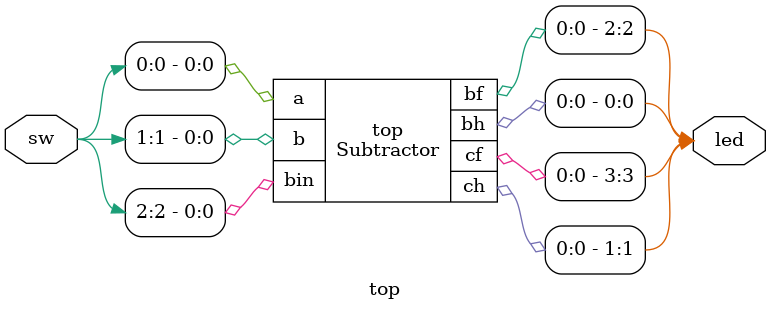
<source format=v>
`timescale 1ns / 1ps
module Subtractor (
input a,b,bin,
output bh,ch,bf,cf ); /* bh-difference of halfsubtractor
                        ch-Borrow of half subtractor
                        bf-difference of full subtractor
                        cf-borrow of full subtractor   */

wire w1,w2,w3,w4,w5;
not (w5,a);
//For Half Subtractor
xor (bh,a,b);
and (ch,w5,b);  

// For full Subtractor
 xor (w1,a,b);
 xor (bf,w1,bin);
 and (w2,w5,b);
 and (w3,b,bin);
 and (w4,bin,w5);
 or (cf,w2,w3,w4);
endmodule

// Module for impleneting on FPGA 
module top(sw,led);
input [2:0]sw;
output [3:0]led;
Subtractor top(.a(sw[0]),
            .b(sw[1]),
            .bin(sw[2]),
            .bh(led[0]),
            .ch(led[1]),
            .bf(led[2]),
            .cf(led[3])
            );
endmodule
</source>
